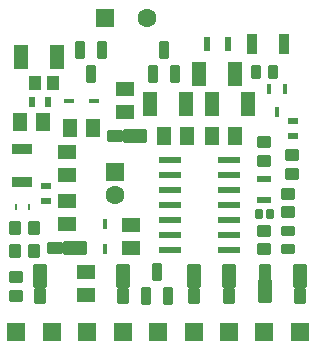
<source format=gbr>
%TF.GenerationSoftware,KiCad,Pcbnew,7.0.11+dfsg-1build4*%
%TF.CreationDate,2024-07-18T16:06:06-06:00*%
%TF.ProjectId,doordinger,646f6f72-6469-46e6-9765-722e6b696361,2*%
%TF.SameCoordinates,Original*%
%TF.FileFunction,Soldermask,Top*%
%TF.FilePolarity,Negative*%
%FSLAX46Y46*%
G04 Gerber Fmt 4.6, Leading zero omitted, Abs format (unit mm)*
G04 Created by KiCad (PCBNEW 7.0.11+dfsg-1build4) date 2024-07-18 16:06:06*
%MOMM*%
%LPD*%
G01*
G04 APERTURE LIST*
G04 Aperture macros list*
%AMRoundRect*
0 Rectangle with rounded corners*
0 $1 Rounding radius*
0 $2 $3 $4 $5 $6 $7 $8 $9 X,Y pos of 4 corners*
0 Add a 4 corners polygon primitive as box body*
4,1,4,$2,$3,$4,$5,$6,$7,$8,$9,$2,$3,0*
0 Add four circle primitives for the rounded corners*
1,1,$1+$1,$2,$3*
1,1,$1+$1,$4,$5*
1,1,$1+$1,$6,$7*
1,1,$1+$1,$8,$9*
0 Add four rect primitives between the rounded corners*
20,1,$1+$1,$2,$3,$4,$5,0*
20,1,$1+$1,$4,$5,$6,$7,0*
20,1,$1+$1,$6,$7,$8,$9,0*
20,1,$1+$1,$8,$9,$2,$3,0*%
G04 Aperture macros list end*
%ADD10R,1.600000X1.600000*%
%ADD11C,1.600000*%
%ADD12RoundRect,0.102000X-0.530000X-0.910000X0.530000X-0.910000X0.530000X0.910000X-0.530000X0.910000X0*%
%ADD13RoundRect,0.102000X-0.480000X-0.690000X0.480000X-0.690000X0.480000X0.690000X-0.480000X0.690000X0*%
%ADD14RoundRect,0.102000X-0.690000X0.480000X-0.690000X-0.480000X0.690000X-0.480000X0.690000X0.480000X0*%
%ADD15RoundRect,0.102000X-0.270000X-0.300000X0.270000X-0.300000X0.270000X0.300000X-0.270000X0.300000X0*%
%ADD16R,1.981200X0.558800*%
%ADD17R,1.500000X1.500000*%
%ADD18RoundRect,0.250000X-0.550000X-0.550000X0.550000X-0.550000X0.550000X0.550000X-0.550000X0.550000X0*%
%ADD19R,0.406400X0.863600*%
%ADD20RoundRect,0.102000X-0.435000X-0.465000X0.435000X-0.465000X0.435000X0.465000X-0.435000X0.465000X0*%
%ADD21RoundRect,0.102000X-0.440000X0.545000X-0.440000X-0.545000X0.440000X-0.545000X0.440000X0.545000X0*%
%ADD22RoundRect,0.102000X-0.490000X0.895000X-0.490000X-0.895000X0.490000X-0.895000X0.490000X0.895000X0*%
%ADD23RoundRect,0.102000X0.430000X0.490000X-0.430000X0.490000X-0.430000X-0.490000X0.430000X-0.490000X0*%
%ADD24RoundRect,0.102000X-0.450000X0.325000X-0.450000X-0.325000X0.450000X-0.325000X0.450000X0.325000X0*%
%ADD25R,0.254000X0.508000*%
%ADD26R,0.863600X0.406400*%
%ADD27RoundRect,0.102000X0.530000X0.910000X-0.530000X0.910000X-0.530000X-0.910000X0.530000X-0.910000X0*%
%ADD28RoundRect,0.102000X0.465000X-0.435000X0.465000X0.435000X-0.465000X0.435000X-0.465000X-0.435000X0*%
%ADD29RoundRect,0.102000X0.480000X0.690000X-0.480000X0.690000X-0.480000X-0.690000X0.480000X-0.690000X0*%
%ADD30RoundRect,0.102000X-0.325000X-0.450000X0.325000X-0.450000X0.325000X0.450000X-0.325000X0.450000X0*%
%ADD31RoundRect,0.102000X0.690000X-0.480000X0.690000X0.480000X-0.690000X0.480000X-0.690000X-0.480000X0*%
%ADD32R,0.838200X0.609600*%
%ADD33R,0.965200X1.752600*%
%ADD34RoundRect,0.099250X0.297750X-0.662750X0.297750X0.662750X-0.297750X0.662750X-0.297750X-0.662750X0*%
%ADD35R,0.406400X0.838200*%
%ADD36RoundRect,0.099250X-0.297750X0.662750X-0.297750X-0.662750X0.297750X-0.662750X0.297750X0.662750X0*%
%ADD37R,0.609600X1.295400*%
%ADD38RoundRect,0.102000X0.435000X0.465000X-0.435000X0.465000X-0.435000X-0.465000X0.435000X-0.465000X0*%
%ADD39RoundRect,0.102000X0.545000X0.440000X-0.545000X0.440000X-0.545000X-0.440000X0.545000X-0.440000X0*%
%ADD40RoundRect,0.102000X0.895000X0.490000X-0.895000X0.490000X-0.895000X-0.490000X0.895000X-0.490000X0*%
%ADD41RoundRect,0.102000X-0.465000X0.445000X-0.465000X-0.445000X0.465000X-0.445000X0.465000X0.445000X0*%
%ADD42R,1.295400X0.609600*%
%ADD43RoundRect,0.102000X0.440000X-0.545000X0.440000X0.545000X-0.440000X0.545000X-0.440000X-0.545000X0*%
%ADD44RoundRect,0.102000X0.490000X-0.895000X0.490000X0.895000X-0.490000X0.895000X-0.490000X-0.895000X0*%
%ADD45R,1.752600X0.965200*%
%ADD46R,0.609600X0.838200*%
%ADD47RoundRect,0.102000X-0.465000X0.435000X-0.465000X-0.435000X0.465000X-0.435000X0.465000X0.435000X0*%
G04 APERTURE END LIST*
D10*
%TO.C,C1*%
X224028000Y-148876000D03*
D11*
X224028000Y-150876000D03*
%TD*%
D12*
%TO.C,R23*%
X232235000Y-143099000D03*
X235291000Y-143099000D03*
%TD*%
D13*
%TO.C,R17*%
X215985000Y-144639000D03*
X217941000Y-144639000D03*
%TD*%
D14*
%TO.C,R24*%
X225363000Y-153361000D03*
X225363000Y-155317000D03*
%TD*%
D15*
%TO.C,C5*%
X236231000Y-152439000D03*
X237095000Y-152439000D03*
%TD*%
D16*
%TO.C,U1*%
X228699200Y-147829000D03*
X228699200Y-149099000D03*
X228699200Y-150369000D03*
X228699200Y-151639000D03*
X228699200Y-152909000D03*
X228699200Y-154179000D03*
X228699200Y-155449000D03*
X233626800Y-155449000D03*
X233626800Y-154179000D03*
X233626800Y-152909000D03*
X233626800Y-151639000D03*
X233626800Y-150369000D03*
X233626800Y-149099000D03*
X233626800Y-147829000D03*
%TD*%
D17*
%TO.C,TP9*%
X236663000Y-162419000D03*
%TD*%
D18*
%TO.C,LS1*%
X223163000Y-135839000D03*
D11*
X226763000Y-135839000D03*
%TD*%
D14*
%TO.C,R16*%
X219963000Y-151303000D03*
X219963000Y-153259000D03*
%TD*%
D19*
%TO.C,D9*%
X223163000Y-155418000D03*
X223163000Y-153259000D03*
%TD*%
D20*
%TO.C,R9*%
X215583000Y-153639000D03*
X217143000Y-153639000D03*
%TD*%
D21*
%TO.C,D1*%
X233663000Y-159354000D03*
D22*
X233663000Y-157674000D03*
%TD*%
D23*
%TO.C,R6*%
X218728000Y-141339000D03*
X217198000Y-141339000D03*
%TD*%
D24*
%TO.C,R1*%
X238663000Y-153914000D03*
X238663000Y-155364000D03*
%TD*%
D25*
%TO.C,C3*%
X216709100Y-151839000D03*
X215616900Y-151839000D03*
%TD*%
D26*
%TO.C,D8*%
X222242500Y-142839000D03*
X220083500Y-142839000D03*
%TD*%
D12*
%TO.C,R27*%
X231135000Y-140559000D03*
X234191000Y-140559000D03*
%TD*%
D17*
%TO.C,TP5*%
X224663000Y-162419000D03*
%TD*%
D27*
%TO.C,R5*%
X219091000Y-139139000D03*
X216035000Y-139139000D03*
%TD*%
D21*
%TO.C,D5*%
X239663000Y-159354000D03*
D22*
X239663000Y-157674000D03*
%TD*%
D28*
%TO.C,R10*%
X236663000Y-155419000D03*
X236663000Y-153859000D03*
%TD*%
%TO.C,R7*%
X215663000Y-159369000D03*
X215663000Y-157809000D03*
%TD*%
D17*
%TO.C,TP6*%
X218663000Y-162419000D03*
%TD*%
D29*
%TO.C,R14*%
X222141000Y-145139000D03*
X220185000Y-145139000D03*
%TD*%
D30*
%TO.C,R25*%
X235938000Y-140439000D03*
X237388000Y-140439000D03*
%TD*%
D31*
%TO.C,RA1*%
X221525000Y-159317000D03*
X221525000Y-157361000D03*
%TD*%
D13*
%TO.C,R22*%
X232185000Y-145839000D03*
X234141000Y-145839000D03*
%TD*%
D32*
%TO.C,R11*%
X239063000Y-144541300D03*
X239063000Y-145836700D03*
%TD*%
D33*
%TO.C,C6*%
X235591400Y-138019000D03*
X238334600Y-138019000D03*
%TD*%
D13*
%TO.C,R4*%
X228167000Y-145839000D03*
X230123000Y-145839000D03*
%TD*%
D34*
%TO.C,Q3*%
X226633000Y-159354000D03*
X228533000Y-159354000D03*
X227583000Y-157324000D03*
%TD*%
D35*
%TO.C,Q4*%
X238441500Y-141899200D03*
X237044500Y-141899200D03*
X237743000Y-143778800D03*
%TD*%
D36*
%TO.C,Q1*%
X222913000Y-138529000D03*
X221013000Y-138529000D03*
X221963000Y-140559000D03*
%TD*%
D37*
%TO.C,R26*%
X231762300Y-138019000D03*
X233565700Y-138019000D03*
%TD*%
D38*
%TO.C,R8*%
X217143000Y-155549000D03*
X215583000Y-155549000D03*
%TD*%
D39*
%TO.C,D3*%
X224028000Y-145839000D03*
D40*
X225708000Y-145839000D03*
%TD*%
D34*
%TO.C,Q2*%
X227213000Y-140559000D03*
X229113000Y-140559000D03*
X228163000Y-138529000D03*
%TD*%
D21*
%TO.C,D6*%
X217663000Y-159354000D03*
D22*
X217663000Y-157674000D03*
%TD*%
D17*
%TO.C,TP7*%
X221663000Y-162419000D03*
%TD*%
D28*
%TO.C,R3*%
X238963000Y-149019000D03*
X238963000Y-147459000D03*
%TD*%
D41*
%TO.C,C4*%
X238663000Y-150719000D03*
X238663000Y-152259000D03*
%TD*%
D42*
%TO.C,R21*%
X236663000Y-149437300D03*
X236663000Y-151240700D03*
%TD*%
D17*
%TO.C,TP1*%
X239663000Y-162419000D03*
%TD*%
D21*
%TO.C,D7*%
X224663000Y-159354000D03*
D22*
X224663000Y-157674000D03*
%TD*%
D43*
%TO.C,D2*%
X236728000Y-157324000D03*
D44*
X236728000Y-159004000D03*
%TD*%
D17*
%TO.C,TP3*%
X215663000Y-162419000D03*
%TD*%
D14*
%TO.C,R15*%
X224863000Y-141861000D03*
X224863000Y-143817000D03*
%TD*%
D45*
%TO.C,C2*%
X216163000Y-146967400D03*
X216163000Y-149710600D03*
%TD*%
D46*
%TO.C,R18*%
X218310700Y-142939000D03*
X217015300Y-142939000D03*
%TD*%
D47*
%TO.C,R20*%
X236663000Y-146359000D03*
X236663000Y-147919000D03*
%TD*%
D17*
%TO.C,TP4*%
X227663000Y-162419000D03*
%TD*%
%TO.C,TP2*%
X230663000Y-162419000D03*
%TD*%
D14*
%TO.C,R12*%
X219963000Y-147201000D03*
X219963000Y-149157000D03*
%TD*%
D39*
%TO.C,DA1*%
X218948000Y-155339000D03*
D40*
X220628000Y-155339000D03*
%TD*%
D17*
%TO.C,TP8*%
X233663000Y-162419000D03*
%TD*%
D32*
%TO.C,R13*%
X218163000Y-151366700D03*
X218163000Y-150071300D03*
%TD*%
D27*
%TO.C,R2*%
X229991000Y-143099000D03*
X226935000Y-143099000D03*
%TD*%
D21*
%TO.C,D4*%
X230663000Y-159354000D03*
D22*
X230663000Y-157674000D03*
%TD*%
M02*

</source>
